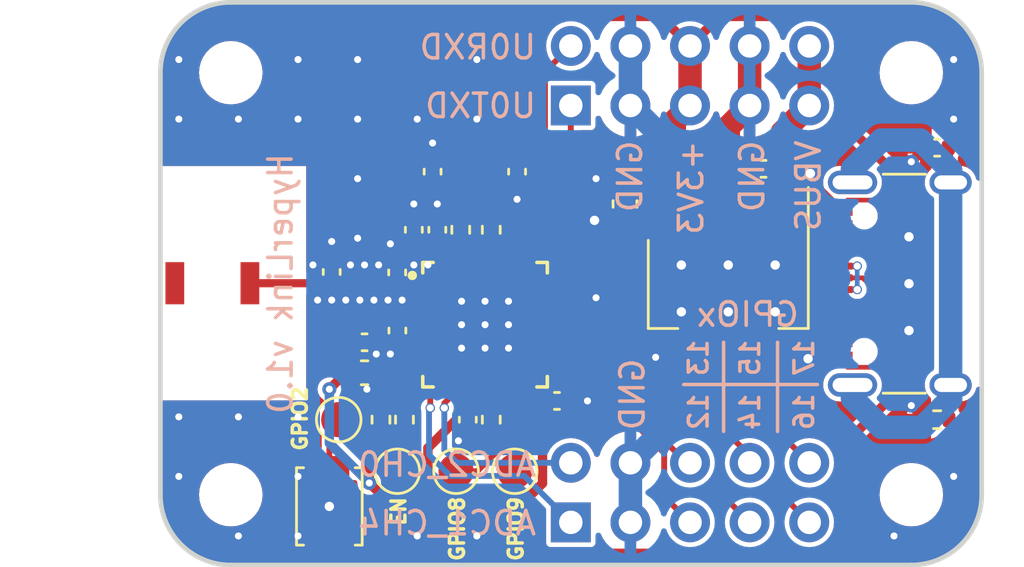
<source format=kicad_pcb>
(kicad_pcb (version 20221018) (generator pcbnew)
  (layers (0 "F.Cu" signal) (31 "B.Cu" signal) (34 "B.Paste" user) (35 "F.Paste" user) (36 "B.SilkS" user "B.Silkscreen") (37 "F.SilkS" user "F.Silkscreen") (38 "B.Mask" user) (39 "F.Mask" user) (44 "Edge.Cuts" user))
  (net 0 "")
  (net 1 "+3V3")
  (net 6 "VBUS")
  (net 7 "GND")
  (net 13 "/USB_D-")
  (net 14 "/USB_D+")
  (net 16 "/GPIO9")
  (net 17 "/GPIO2")
  (net 19 "/EN")
  (net 20 "/RF")
  (net 21 "/ANT")
  (net 22 "/SHIELD")
  (net 23 "/GPIO8")
  (net 24 "/XTAL_P")
  (net 25 "/XTAL_N")
  (net 26 "/XTAL_P_RES")
  (net 27 "/VDD3P3")
  (net 28 "/U0RXD")
  (net 29 "/U0TXD")
  (net 30 "/GPIO12")
  (net 31 "/GPIO13")
  (net 32 "/GPIO14")
  (net 33 "/GPIO15")
  (net 34 "/GPIO16")
  (net 35 "/GPIO17")
  (net 36 "/ADC1_CH4")
  (net 37 "/ADC2_CH0")
  (net 38 "/U0TXD_RES")
  (footprint "TestPoint:TestPoint_Pad_D1.5mm" (layer "F.Cu") (at 126.6 87.8)
    (fp_text reference "TP4" hide)
    (fp_text value "GPIO2" hide)
  )
  (footprint "MountingHole:MountingHole_2.2mm_M2" (layer "F.Cu") (at 122 73)
    (fp_text reference "H3" hide)
    (fp_text value "MountingHole" hide)
  )
  (footprint "Resistor_SMD:R_0402_1005Metric" (layer "F.Cu") (at 129.4 87.8 90)
    (fp_text reference "R4" hide)
    (fp_text value "10k" hide)
  )
  (footprint "Capacitor_SMD:C_0402_1005Metric" (layer "F.Cu") (at 135.9 87)
    (fp_text reference "C2" hide)
    (fp_text value "100n" hide)
  )
  (footprint "MountingHole:MountingHole_2.2mm_M2" (layer "F.Cu") (at 151 73)
    (fp_text reference "H2" hide)
    (fp_text value "MountingHole" hide)
  )
  (footprint "Capacitor_SMD:C_0402_1005Metric" (layer "F.Cu") (at 130.6 77.22 90)
    (fp_text reference "C5" hide)
    (fp_text value "12pF" hide)
  )
  (footprint "TestPoint:TestPoint_Pad_D1.5mm" (layer "F.Cu") (at 134.1 90)
    (fp_text reference "TP2" hide)
    (fp_text value "GPIO9" hide)
  )
  (footprint "Capacitor_SMD:C_0603_1608Metric" (layer "F.Cu") (at 127.7 85.8)
    (fp_text reference "C18" hide)
    (fp_text value "10u" hide)
  )
  (footprint "Capacitor_SMD:C_0402_1005Metric" (layer "F.Cu") (at 126.3 81.5 90)
    (fp_text reference "C14" hide)
    (fp_text value "C" hide)
  )
  (footprint "Capacitor_SMD:C_0402_1005Metric" (layer "F.Cu") (at 130.8 79.7 90)
    (fp_text reference "C4" hide)
    (fp_text value "1u" hide)
  )
  (footprint "Capacitor_SMD:C_0402_1005Metric" (layer "F.Cu") (at 129.09 81.52 90)
    (fp_text reference "C1" hide)
    (fp_text value "C" hide)
  )
  (footprint "Inductor_SMD:L_0402_1005Metric" (layer "F.Cu") (at 127.7 81.95)
    (fp_text reference "L1" hide)
    (fp_text value "L" hide)
  )
  (footprint "Capacitor_SMD:C_0402_1005Metric" (layer "F.Cu") (at 134.2 77.22 -90)
    (fp_text reference "C6" hide)
    (fp_text value "12pF" hide)
  )
  (footprint "Inductor_SMD:L_0402_1005Metric" (layer "F.Cu") (at 127.7 83.5)
    (fp_text reference "L2" hide)
    (fp_text value "2n" hide)
  )
  (footprint "TestPoint:TestPoint_Pad_D1.5mm" (layer "F.Cu") (at 131.6 90)
    (fp_text reference "TP3" hide)
    (fp_text value "GPIO8" hide)
  )
  (footprint "Connector_USB:USB_C_Receptacle_GCT_USB4105-xx-A_16P_TopMnt_Horizontal" (layer "F.Cu") (at 151.6 82 90)
    (fp_text reference "J1" hide)
    (fp_text value "USB_C_Receptacle_USB2.0" hide)
  )
  (footprint "Capacitor_SMD:C_0402_1005Metric" (layer "F.Cu") (at 129.1 84 -90)
    (fp_text reference "C15" hide)
    (fp_text value "100n" hide)
  )
  (footprint "Capacitor_SMD:C_0402_1005Metric" (layer "F.Cu") (at 152.1 76.2 180)
    (fp_text reference "C11" hide)
    (fp_text value "C" hide)
  )
  (footprint "MountingHole:MountingHole_2.2mm_M2" (layer "F.Cu") (at 151 91)
    (fp_text reference "H1" hide)
    (fp_text value "MountingHole" hide)
  )
  (footprint "Connector_PinHeader_2.54mm:PinHeader_2x05_P2.54mm_Vertical" (layer "F.Cu") (at 136.49 92.18 90)
    (fp_text reference "J2" hide)
    (fp_text value "Conn_02x05_Odd_Even" hide)
  )
  (footprint "Connector_PinHeader_2.54mm:PinHeader_2x05_P2.54mm_Vertical" (layer "F.Cu") (at 136.49 74.4 90)
    (fp_text reference "J3" hide)
    (fp_text value "Conn_02x05_Odd_Even" hide)
  )
  (footprint "Capacitor_SMD:C_0402_1005Metric" (layer "F.Cu") (at 129.8 79.7 90)
    (fp_text reference "C3" hide)
    (fp_text value "10n" hide)
  )
  (footprint "Resistor_SMD:R_0402_1005Metric" (layer "F.Cu") (at 133.1 87.8 90)
    (fp_text reference "R2" hide)
    (fp_text value "10k" hide)
  )
  (footprint "Capacitor_SMD:C_0402_1005Metric" (layer "F.Cu") (at 144.7 77.1 180)
    (fp_text reference "C12" hide)
    (fp_text value "100n" hide)
  )
  (footprint "Resistor_SMD:R_0402_1005Metric" (layer "F.Cu") (at 128.4 87.8 90)
    (fp_text reference "R3" hide)
    (fp_text value "10k" hide)
  )
  (footprint "Resistor_SMD:R_0402_1005Metric" (layer "F.Cu") (at 131.8 79.7 -90)
    (fp_text reference "R6" hide)
    (fp_text value "0R" hide)
  )
  (footprint "encyclopedia_galactica:ABM11W-30.0000MHZ-7-D1X-T3" (layer "F.Cu") (at 132.400001 77.4 180)
    (fp_text reference "Y1" hide)
    (fp_text value "ABM11W-40.0000MHZ-8-B1U-T3" hide)
  )
  (footprint "Package_TO_SOT_SMD:SOT-223-3_TabPin2" (layer "F.Cu") (at 143.2 82 -90)
    (fp_text reference "U2" hide)
    (fp_text value "LM2937xMP" hide)
  )
  (footprint "Capacitor_SMD:C_0402_1005Metric" (layer "F.Cu") (at 132.1 87.8 -90)
    (fp_text reference "C17" hide)
    (fp_text value "100n" hide)
  )
  (footprint "MountingHole:MountingHole_2.2mm_M2" (layer "F.Cu") (at 122 91)
    (fp_text reference "H4" hide)
    (fp_text value "MountingHole" hide)
  )
  (footprint "encyclopedia_galactica:QFN32_5X5_EXP" (layer "F.Cu") (at 132.834851 83.7487)
    (fp_text reference "U1" hide)
    (fp_text value "ESP32-C3" hide)
  )
  (footprint "Capacitor_SMD:C_0402_1005Metric" (layer "F.Cu") (at 127.7 84.5)
    (fp_text reference "C16" hide)
    (fp_text value "100n" hide)
  )
  (footprint "TestPoint:TestPoint_Pad_D1.5mm" (layer "F.Cu") (at 129.1 90)
    (fp_text reference "TP1" hide)
    (fp_text value "EN" hide)
  )
  (footprint "Capacitor_SMD:C_0603_1608Metric" (layer "F.Cu") (at 138.8 78.6 -90)
    (fp_text reference "C13" hide)
    (fp_text value "10u" hide)
  )
  (footprint "Button_Switch_SMD:SW_SPST_B3U-1000P" (layer "F.Cu") (at 126.2 91.5 90)
    (fp_text reference "SW1" hide)
    (fp_text value "SW_Push" hide)
  )
  (footprint "Resistor_SMD:R_0402_1005Metric" (layer "F.Cu") (at 152.1 87.8 180)
    (fp_text reference "R1" hide)
    (fp_text value "R" hide)
  )
  (footprint "encyclopedia_galactica:2108838-1" (layer "F.Cu") (at 118.715 81.98)
    (fp_text reference "AE1" hide)
    (fp_text value "2108838-1" hide)
  )
  (footprint "Resistor_SMD:R_0402_1005Metric" (layer "F.Cu") (at 133.1 79.7 -90)
    (fp_text reference "R5" hide)
    (fp_text value "500R" hide)
  )
  (gr_line (start 143 84.5) (end 143 88.3) (stroke (width 0.15)) (layer "B.SilkS"))
  (gr_line (start 145.3 84.5) (end 145.3 88.3) (stroke (width 0.15)) (layer "B.SilkS"))
  (gr_line (start 141.3 86.3) (end 147 86.3) (stroke (width 0.15)) (layer "B.SilkS"))
  (gr_line locked (start 122.000001 94) (end 151 94) (stroke (width 0.2)) (layer "Edge.Cuts"))
  (gr_arc locked (start 154.000002 91.000001) (mid 153.121322 93.121321) (end 151.000002 94.000001) (stroke (width 0.2)) (layer "Edge.Cuts"))
  (gr_line locked (start 119.000001 72.999999) (end 119 91) (stroke (width 0.2)) (layer "Edge.Cuts"))
  (gr_arc locked (start 151.000002 69.999999) (mid 153.121321 70.878679) (end 154.000002 72.999999) (stroke (width 0.2)) (layer "Edge.Cuts"))
  (gr_arc locked (start 122 94.000001) (mid 119.878673 93.121322) (end 119 91.000001) (stroke (width 0.2)) (layer "Edge.Cuts"))
  (gr_line locked (start 154.000003 73) (end 154.000002 91.000001) (stroke (width 0.2)) (layer "Edge.Cuts"))
  (gr_arc locked (start 119.000001 73) (mid 119.878674 70.878667) (end 122.000001 70) (stroke (width 0.2)) (layer "Edge.Cuts"))
  (gr_line locked (start 122.000001 70) (end 151 70) (stroke (width 0.2)) (layer "Edge.Cuts"))
  (gr_text "ADC1_CH4" (at 135.1 92.8) (layer "B.SilkS") (effects (font (size 1 1)) (justify left bottom mirror)))
  (gr_text "GND" (at 139.6 75.8 90) (layer "B.SilkS") (effects (font (size 1 1)) (justify left bottom mirror)))
  (gr_text "12" (at 142.4 86.6 90) (layer "B.SilkS") (effects (font (size 0.8 0.8)) (justify left bottom mirror)))
  (gr_text "GPIOx" (at 146.3 83.9) (layer "B.SilkS") (effects (font (size 1 1)) (justify left bottom mirror)))
  (gr_text "HyperLink v1.0" (at 124.7 76.35 90) (layer "B.SilkS") (effects (font (size 1 1)) (justify left bottom mirror)))
  (gr_text "17" (at 146.9 84.3 90) (layer "B.SilkS") (effects (font (size 0.8 0.8)) (justify left bottom mirror)))
  (gr_text "15" (at 144.6 84.3 90) (layer "B.SilkS") (effects (font (size 0.8 0.8)) (justify left bottom mirror)))
  (gr_text "13" (at 142.4 84.3 90) (layer "B.SilkS") (effects (font (size 0.8 0.8)) (justify left bottom mirror)))
  (gr_text "U0TXD" (at 135.1 75) (layer "B.SilkS") (effects (font (size 1 1)) (justify left bottom mirror)))
  (gr_text "16" (at 146.9 86.6 90) (layer "B.SilkS") (effects (font (size 0.8 0.8)) (justify left bottom mirror)))
  (gr_text "VBUS" (at 147.2 75.8 90) (layer "B.SilkS") (effects (font (size 1 1)) (justify left bottom mirror)))
  (gr_text "+3V3" (at 142.2 75.8 90) (layer "B.SilkS") (effects (font (size 1 1)) (justify left bottom mirror)))
  (gr_text "ADC2_CH0" (at 135.1 90.3) (layer "B.SilkS") (effects (font (size 1 1)) (justify left bottom mirror)))
  (gr_text "U0RXD" (at 135.1 72.5) (layer "B.SilkS") (effects (font (size 1 1)) (justify left bottom mirror)))
  (gr_text "GND" (at 139.7 85.1 90) (layer "B.SilkS") (effects (font (size 1 1)) (justify left bottom mirror)))
  (gr_text "14" (at 144.6 86.6 90) (layer "B.SilkS") (effects (font (size 0.8 0.8)) (justify left bottom mirror)))
  (gr_text "GND" (at 144.8 75.8 90) (layer "B.SilkS") (effects (font (size 1 1)) (justify left bottom mirror)))
  (gr_text "GPIO9" (at 134.5 93.9 90) (layer "F.SilkS") (effects (font (size 0.6 0.6)) (justify left bottom)))
  (gr_text "GPIO2" (at 125.3 89.2 90) (layer "F.SilkS") (effects (font (size 0.6 0.6)) (justify left bottom)))
  (gr_text "GPIO8" (at 132 93.9 90) (layer "F.SilkS") (effects (font (size 0.6 0.6)) (justify left bottom)))
  (gr_text "EN" (at 129.5 92.4 90) (layer "F.SilkS") (effects (font (size 0.6 0.6)) (justify left bottom)))
  (segment (start 132.11 87.32) (end 132.1 87.32) (width 0.4) (layer "F.Cu") (net 1))
  (segment (start 142.83 70.6) (end 147.325 70.6) (width 0.4) (layer "F.Cu") (net 1))
  (segment (start 139.875 77.825) (end 140.9 78.85) (width 0.4) (layer "F.Cu") (net 1))
  (segment (start 132.08485 86.1974) (end 132.08485 87.30485) (width 0.4) (layer "F.Cu") (net 1))
  (segment (start 135.283551 90.516449) (end 133.878 91.922) (width 0.4) (layer "F.Cu") (net 1))
  (segment (start 126.9 85.8) (end 126.925 85.8) (width 0.4) (layer "F.Cu") (net 1))
  (segment (start 130.4 89.009562) (end 130.4 91.2) (width 0.4) (layer "F.Cu") (net 1))
  (segment (start 130.8 80.515149) (end 130.8 80.18) (width 0.4) (layer "F.Cu") (net 1))
  (segment (start 126.2 86.5) (end 126.9 85.8) (width 0.4) (layer "F.Cu") (net 1))
  (segment (start 127.22 84.5) (end 127.22 85.505) (width 0.4) (layer "F.Cu") (net 1))
  (segment (start 132.2 70.6) (end 128.963 73.837) (width 0.4) (layer "F.Cu") (net 1))
  (segment (start 141.57 74.4) (end 141.57 71.86) (width 1) (layer "F.Cu") (net 1))
  (segment (start 141.57 71.86) (end 140.31 70.6) (width 0.4) (layer "F.Cu") (net 1))
  (segment (start 127.22 85.505) (end 126.925 85.8) (width 0.4) (layer "F.Cu") (net 1))
  (segment (start 147.325 70.6) (end 148.2 71.475) (width 0.4) (layer "F.Cu") (net 1))
  (segment (start 148.2 92.5) (end 147.2 93.5) (width 0.4) (layer "F.Cu") (net 1))
  (segment (start 135.283551 85.498699) (end 135.283551 90.516449) (width 0.4) (layer "F.Cu") (net 1))
  (segment (start 148.2 71.475) (end 148.2 75.2) (width 0.4) (layer "F.Cu") (net 1))
  (segment (start 131.084852 81.3) (end 131.1 81.3) (width 0.4) (layer "F.Cu") (net 1))
  (segment (start 127.9 90.5) (end 127.9 88.81) (width 0.4) (layer "F.Cu") (net 1))
  (segment (start 147.2 93.5) (end 135.456 93.5) (width 0.4) (layer "F.Cu") (net 1))
  (segment (start 127.9 90.5) (end 128.6 91.2) (width 0.4) (layer "F.Cu") (net 1))
  (segment (start 133.878 91.922) (end 133.156 91.2) (width 0.4) (layer "F.Cu") (net 1))
  (segment (start 140.9 75.07) (end 141.57 74.4) (width 1) (layer "F.Cu") (net 1))
  (segment (start 141.57 71.86) (end 142.83 70.6) (width 0.4) (layer "F.Cu") (net 1))
  (segment (start 151.7 78.7) (end 151.7 85.3) (width 0.4) (layer "F.Cu") (net 1))
  (segment (start 128.963 73.837) (end 128.963 79.614471) (width 0.4) (layer "F.Cu") (net 1))
  (segment (start 131.1 81.3) (end 131.342425 81.057575) (width 0.4) (layer "F.Cu") (net 1))
  (segment (start 151.7 85.3) (end 148.2 88.8) (width 0.4) (layer "F.Cu") (net 1))
  (segment (start 128.6 91.2) (end 130.4 91.2) (width 0.4) (layer "F.Cu") (net 1))
  (segment (start 131.342425 81.057575) (end 130.8 80.515149) (width 0.4) (layer "F.Cu") (net 1))
  (segment (start 133.156 91.2) (end 130.4 91.2) (width 0.4) (layer "F.Cu") (net 1))
  (segment (start 130.8 80.18) (end 129.8 80.18) (width 0.4) (layer "F.Cu") (net 1))
  (segment (start 129.4 88.31) (end 128.4 88.31) (width 0.4) (layer "F.Cu") (net 1))
  (segment (start 138.8 77.825) (end 139.875 77.825) (width 0.4) (layer "F.Cu") (net 1))
  (segment (start 127.215 84.495) (end 127.22 84.5) (width 0.4) (layer "F.Cu") (net 1))
  (segment (start 133.1 88.31) (end 132.11 87.32) (width 0.4) (layer "F.Cu") (net 1))
  (segment (start 140.9 78.85) (end 140.9 75.07) (width 1) (layer "F.Cu") (net 1))
  (segment (start 132.1 87.32) (end 132.089562 87.32) (width 0.4) (layer "F.Cu") (net 1))
  (segment (start 129.528529 80.18) (end 129.8 80.18) (width 0.4) (layer "F.Cu") (net 1))
  (segment (start 140.31 70.6) (end 132.2 70.6) (width 0.4) (layer "F.Cu") (net 1))
  (segment (start 135.456 93.5) (end 133.878 91.922) (width 0.4) (layer "F.Cu") (net 1))
  (segment (start 128.963 79.614471) (end 129.528529 80.18) (width 0.4) (layer "F.Cu") (net 1))
  (segment (start 127.9 88.81) (end 128.4 88.31) (width 0.4) (layer "F.Cu") (net 1))
  (segment (start 148.2 75.2) (end 151.7 78.7) (width 0.4) (layer "F.Cu") (net 1))
  (segment (start 148.2 88.8) (end 148.2 92.5) (width 0.4) (layer "F.Cu") (net 1))
  (segment (start 127.215 83.5) (end 127.215 84.495) (width 0.4) (layer "F.Cu") (net 1))
  (segment (start 131.584851 81.3) (end 131.342425 81.057575) (width 0.4) (layer "F.Cu") (net 1))
  (segment (start 132.089562 87.32) (end 130.4 89.009562) (width 0.4) (layer "F.Cu") (net 1))
  (segment (start 132.08485 87.30485) (end 132.1 87.32) (width 0.4) (layer "F.Cu") (net 1))
  (via (at 126.2 86.5) (size 0.6) (drill 0.3) (layers "F.Cu" "B.Cu") (net 1))
  (via (at 127.9 90.5) (size 0.6) (drill 0.3) (layers "F.Cu" "B.Cu") (net 1))
  (segment (start 127.9 90.5) (end 126.2 88.8) (width 0.4) (layer "B.Cu") (net 1))
  (segment (start 126.2 88.8) (end 126.2 86.5) (width 0.4) (layer "B.Cu") (net 1))
  (segment (start 145.5 78.85) (end 145.5 75.55) (width 1) (layer "F.Cu") (net 6))
  (segment (start 147.92 84.4) (end 148.42434 84.4) (width 0.35) (layer "F.Cu") (net 6))
  (segment (start 149.597 80.77266) (end 148.42434 79.6) (width 0.35) (layer "F.Cu") (net 6))
  (segment (start 148.42434 84.4) (end 149.597 83.22734) (width 0.35) (layer "F.Cu") (net 6))
  (segment (start 149.597 83.22734) (end 149.597 80.77266) (width 0.35) (layer "F.Cu") (net 6))
  (segment (start 147.92 79.6) (end 146.25 79.6) (width 0.4) (layer "F.Cu") (net 6))
  (segment (start 148.42434 79.6) (end 147.92 79.6) (width 0.35) (layer "F.Cu") (net 6))
  (segment (start 146.25 79.6) (end 145.5 78.85) (width 0.4) (layer "F.Cu") (net 6))
  (segment (start 146.65 71.86) (end 146.65 74.4) (width 1) (layer "F.Cu") (net 6))
  (segment (start 145.5 75.55) (end 146.65 74.4) (width 1) (layer "F.Cu") (net 6))
  (segment (start 149.334999 85.565) (end 150.9 83.999999) (width 0.2) (layer "F.Cu") (net 7))
  (segment (start 148.285 78.435) (end 149.335001 78.435) (width 0.2) (layer "F.Cu") (net 7))
  (segment (start 147.92 85.2) (end 146.6 85.2) (width 0.35) (layer "F.Cu") (net 7))
  (segment (start 130.8 79.22) (end 130.8 78.6) (width 0.4) (layer "F.Cu") (net 7))
  (segment (start 131.7 88.7) (end 132.1 88.3) (width 0.4) (layer "F.Cu") (net 7))
  (segment (start 147.92 78.8) (end 148.285 78.435) (width 0.2) (layer "F.Cu") (net 7))
  (segment (start 146.7 77.58) (end 147.92 78.8) (width 0.35) (layer "F.Cu") (net 7))
  (segment (start 128.2 84.52) (end 128.18 84.5) (width 0.4) (layer "F.Cu") (net 7))
  (segment (start 144.22 77.83) (end 143.2 78.85) (width 0.4) (layer "F.Cu") (net 7))
  (segment (start 144.11 74.4) (end 144.11 71.86) (width 1) (layer "F.Cu") (net 7))
  (segment (start 146.7 77.3) (end 146.7 77.58) (width 0.35) (layer "F.Cu") (net 7))
  (segment (start 131.590001 76.74) (end 131.763001 76.913) (width 0.2) (layer "F.Cu") (net 7))
  (segment (start 130.6 76.74) (end 131.590001 76.74) (width 0.2) (layer "F.Cu") (net 7))
  (segment (start 128.8 80.75) (end 129.09 81.04) (width 0.4) (layer "F.Cu") (net 7))
  (segment (start 143.2 76.9) (end 143.2 75.31) (width 1) (layer "F.Cu") (net 7))
  (segment (start 129.8 79.22) (end 129.8 78.6) (width 0.4) (layer "F.Cu") (net 7))
  (segment (start 147.92 85.2) (end 148.285 85.565) (width 0.2) (layer "F.Cu") (net 7))
  (segment (start 148.285 85.565) (end 149.334999 85.565) (width 0.2) (layer "F.Cu") (net 7))
  (segment (start 126.2 93.2) (end 126.2 91.5) (width 0.4) (layer "F.Cu") (net 7))
  (segment (start 128.2 85) (end 128.2 84.52) (width 0.4) (layer "F.Cu") (net 7))
  (segment (start 144.22 77.1) (end 144.22 77.83) (width 0.4) (layer "F.Cu") (net 7))
  (segment (start 133.224001 77.7) (end 133.037001 77.887) (width 0.2) (layer "F.Cu") (net 7))
  (segment (start 143.2 85.15) (end 146.55 85.15) (width 1) (layer "F.Cu") (net 7))
  (segment (start 146.55 85.15) (end 146.6 85.2) (width 1) (layer "F.Cu") (net 7))
  (segment (start 128.475 85.825) (end 128.475 85.8) (width 0.4) (layer "F.Cu") (net 7))
  (segment (start 134.2 78.4) (end 134.2 77.7) (width 0.4) (layer "F.Cu") (net 7))
  (segment (start 126.3 80.2) (end 126.3 81.02) (width 0.4) (layer "F.Cu") (net 7))
  (segment (start 151.59 87.8) (end 151.59 87.79) (width 0.4) (layer "F.Cu") (net 7))
  (segment (start 130.6 76) (end 130.6 76.7) (width 0.4) (layer "F.Cu") (net 7))
  (segment (start 137.575 79.375) (end 137.5 79.3) (width 0.4) (layer "F.Cu") (net 7))
  (segment (start 136.38 87) (end 137.2 87) (width 0.4) (layer "F.Cu") (net 7))
  (segment (start 143.2 75.31) (end 144.11 74.4) (width 1) (layer "F.Cu") (net 7))
  (segment (start 127.8 86.5) (end 128.475 85.825) (width 0.4) (layer "F.Cu") (net 7))
  (segment (start 143.2 78.85) (end 143.2 76.9) (width 1) (layer "F.Cu") (net 7))
  (segment (start 134.2 77.7) (end 133.224001 77.7) (width 0.2) (layer "F.Cu") (net 7))
  (segment (start 151.59 87.79) (end 151 87.2) (width 0.4) (layer "F.Cu") (net 7))
  (segment (start 151.6 76.2) (end 151 76.8) (width 0.4) (layer "F.Cu") (net 7))
  (segment (start 151.62 76.2) (end 151.6 76.2) (width 0.4) (layer "F.Cu") (net 7))
  (segment (start 149.335001 78.435) (end 150.9 79.999999) (width 0.2) (layer "F.Cu") (net 7))
  (segment (start 128.8 80.3) (end 128.8 80.75) (width 0.4) (layer "F.Cu") (net 7))
  (segment (start 128.799503 85) (end 128.799503 84.780497) (width 0.4) (layer "F.Cu") (net 7))
  (segment (start 128.799503 84.780497) (end 129.1 84.48) (width 0.4) (layer "F.Cu") (net 7))
  (segment (start 132.1 88.3) (end 132.1 88.28) (width 0.4) (layer "F.Cu") (net 7))
  (segment (start 138.8 79.375) (end 137.575 79.375) (width 0.4) (layer "F.Cu") (net 7))
  (via (at 129.945 92.759999) (size 0.4) (drill 0.3) (layers "F.Cu" "B.Cu") (net 7))
  (via (at 130.4 81.2) (size 0.4) (drill 0.3) (layers "F.Cu" "B.Cu") (net 7))
  (via (at 128.8 80.3) (size 0.4) (drill 0.3) (layers "F.Cu" "B.Cu") (net 7))
  (via (at 126.9 82.7) (size 0.4) (drill 0.3) (layers "F.Cu" "B.Cu") (net 7))
  (via (at 132.485 72.439999) (size 0.4) (drill 0.3) (layers "F.Cu" "B.Cu") (net 7))
  (via (at 124.865 72.439999) (size 0.4) (drill 0.3) (layers "F.Cu" "B.Cu") (net 7))
  (via (at 124.865 87.679999) (size 0.4) (drill 0.3) (layers "F.Cu" "B.Cu") (net 7))
  (via (at 129.8 81.2) (size 0.4) (drill 0.3) (layers "F.Cu" "B.Cu") (net 7))
  (via (at 143.2 81.2035) (size 0.9) (drill 0.4) (layers "F.Cu" "B.Cu") (net 7))
  (via (at 127.405 80.059999) (size 0.4) (drill 0.3) (layers "F.Cu" "B.Cu") (net 7))
  (via (at 122.325 87.679999) (size 0.4) (drill 0.3) (layers "F.Cu" "B.Cu") (net 7))
  (via (at 137.565 77.519999) (size 0.4) (drill 0.3) (layers "F.Cu" "B.Cu") (net 7))
  (via (at 141.2 83.2) (size 0.9) (drill 0.4) (layers "F.Cu" "B.Cu") (net 7))
  (via (at 128.1 82.7) (size 0.4) (drill 0.3) (layers "F.Cu" "B.Cu") (net 7))
  (via (at 152.805 74.979999) (size 0.4) (drill 0.3) (layers "F.Cu" "B.Cu") (net 7))
  (via (at 150.265 92.759999) (size 0.4) (drill 0.3) (layers "F.Cu" "B.Cu") (net 7))
  (via (at 141.2 81.2035) (size 0.9) (drill 0.4) (layers "F.Cu" "B.Cu") (net 7))
  (via (at 146.7 77.3) (size 0.9) (drill 0.4) (layers "F.Cu" "B.Cu") (net 7))
  (via (at 133.834851 84.7487) (size 0.4) (drill 0.3) (layers "F.Cu" "B.Cu") (net 7))
  (via (at 134.2 78.4) (size 0.4) (drill 0.3) (layers "F.Cu" "B.Cu") (net 7))
  (via (at 132.834851 83.7487) (size 0.4) (drill 0.3) (layers "F.Cu" "B.Cu") (net 7))
  (via (at 124.865 92.759999) (size 0.4) (drill 0.3) (layers "F.Cu" "B.Cu") (net 7))
  (via (at 140.105 85.139999) (size 0.4) (drill 0.3) (layers "F.Cu" "B.Cu") (net 7))
  (via (at 145.2 83.2) (size 0.9) (drill 0.4) (layers "F.Cu" "B.Cu") (net 7))
  (via (at 122.325 74.979999) (size 0.4) (drill 0.3) (layers "F.Cu" "B.Cu") (net 7))
  (via (at 131.834851 84.7487) (size 0.4) (drill 0.3) (layers "F.Cu" "B.Cu") (net 7))
  (via (at 127.5 82.7) (size 0.4) (drill 0.3) (layers "F.Cu" "B.Cu") (net 7))
  (via (at 119.785 74.979999) (size 0.4) (drill 0.3) (layers "F.Cu" "B.Cu") (net 7))
  (via (at 131.834851 83.7487) (size 0.4) (drill 0.3) (layers "F.Cu" "B.Cu") (net 7))
  (via (at 132.834851 82.7487) (size 0.4) (drill 0.3) (layers "F.Cu" "B.Cu") (net 7))
  (via (at 129.945 74.979999) (size 0.4) (drill 0.3) (layers "F.Cu" "B.Cu") (net 7))
  (via (at 130.6 76) (size 0.4) (drill 0.3) (layers "F.Cu" "B.Cu") (net 7))
  (via (at 137.2 87) (size 0.4) (drill 0.3) (layers "F.Cu" "B.Cu") (net 7))
  (via (at 126.2 91.5) (size 0.9) (drill 0.4) (layers "F.Cu" "B.Cu") (net 7))
  (via (at 132.485 74.979999) (size 0.4) (drill 0.3) (layers "F.Cu" "B.Cu") (net 7))
  (via (at 128.799503 85) (size 0.4) (drill 0.3) (layers "F.Cu" "B.Cu") (net 7))
  (via (at 145.2 81.2035) (size 0.9) (drill 0.4) (layers "F.Cu" "B.Cu") (net 7))
  (via (at 133.834851 83.7487) (size 0.4) (drill 0.3) (layers "F.Cu" "B.Cu") (net 7))
  (via (at 131.834851 82.7487) (size 0.4) (drill 0.3) (layers "F.Cu" "B.Cu") (net 7))
  (via (at 127.1 81.2) (size 0.4) (drill 0.3) (layers "F.Cu" "B.Cu") (net 7))
  (via (at 152.805 72.439999) (size 0.4) (drill 0.3) (layers "F.Cu" "B.Cu") (net 7))
  (via (at 128.7 82.7) (size 0.4) (drill 0.3) (layers "F.Cu" "B.Cu") (net 7))
  (via (at 152.805 90.219999) (size 0.4) (drill 0.3) (layers "F.Cu" "B.Cu") (net 7))
  (via (at 143.2 83.2) (size 0.9) (drill 0.4) (layers "F.Cu" "B.Cu") (net 7))
  (via (at 150.9 83.999999) (size 0.9) (drill 0.4) (layers "F.Cu" "B.Cu") (net 7))
  (via (at 150.9 79.999999) (size 0.9) (drill 0.4) (layers "F.Cu" "B.Cu") (net 7))
  (via (at 129.8 78.6) (size 0.4) (drill 0.3) (layers "F.Cu" "B.Cu") (net 7))
  (via (at 150.9 82) (size 0.9) (drill 0.4) (layers "F.Cu" "B.Cu") (net 7))
  (via (at 132.834851 84.7487) (size 0.4) (drill 0.3) (layers "F.Cu" "B.Cu") (net 7))
  (via (at 130.8 78.6) (size 0.4) (drill 0.3) (layers "F.Cu" "B.Cu") (net 7))
  (via (at 146.6 85.2) (size 0.9) (drill 0.4) (layers "F.Cu" "B.Cu") (net 7))
  (via (at 125.7 82.7) (size 0.4) (drill 0.3) (layers "F.Cu" "B.Cu") (net 7))
  (via (at 119.785 90.219999) (size 0.4) (drill 0.3) (layers "F.Cu" "B.Cu") (net 7))
  (via (at 128.2 85) (size 0.4) (drill 0.3) (layers "F.Cu" "B.Cu") (net 7))
  (via (at 129.3 82.7) (size 0.4) (drill 0.3) (layers "F.Cu" "B.Cu") (net 7))
  (via (at 137.5 79.3) (size 0.9) (drill 0.4) (layers "F.Cu" "B.Cu") (net 7))
  (via (at 137.565 82.599999) (size 0.4) (drill 0.3) (layers "F.Cu" "B.Cu") (net 7))
  (via (at 127.405 72.439999) (size 0.4) (drill 0.3) (layers "F.Cu" "B.Cu") (net 7))
  (via (at 126.3 80.2) (size 0.4) (drill 0.3) (layers "F.Cu" "B.Cu") (net 7))
  (via (at 133.834851 82.7487) (size 0.4) (drill 0.3) (layers "F.Cu" "B.Cu") (net 7))
  (via (at 126.3 82.7) (size 0.4) (drill 0.3) (layers "F.Cu" "B.Cu") (net 7))
  (via (at 119.785 72.439999) (size 0.4) (drill 0.3) (layers "F.Cu" "B.Cu") (net 7))
  (via (at 125.5 81.2) (size 0.4) (drill 0.3) (layers "F.Cu" "B.Cu") (net 7))
  (via (at 131.7 88.7) (size 0.4) (drill 0.3) (layers "F.Cu" "B.Cu") (net 7))
  (via (at 151 76.8) (size 0.6) (drill 0.3) (layers "F.Cu" "B.Cu") (net 7))
  (via (at 127.405 77.519999) (size 0.4) (drill 0.3) (layers "F.Cu" "B.Cu") (net 7))
  (via (at 119.785 87.679999) (size 0.4) (drill 0.3) (layers "F.Cu" "B.Cu") (net 7))
  (via (at 127.7 81.2) (size 0.4) (drill 0.3) (layers "F.Cu" "B.Cu") (net 7))
  (via (at 127.405 74.979999) (size 0.4) (drill 0.3) (layers "F.Cu" "B.Cu") (net 7))
  (via (at 128.3 81.2) (size 0.4) (drill 0.3) (layers "F.Cu" "B.Cu") (net 7))
  (via (at 127.8 86.5) (size 0.6) (drill 0.3) (layers "F.Cu" "B.Cu") (net 7))
  (via (at 124.865 90.219999) (size 0.4) (drill 0.3) (layers "F.Cu" "B.Cu") (net 7))
  (via (at 122.325 92.759999) (size 0.4) (drill 0.3) (layers "F.Cu" "B.Cu") (net 7))
  (via (at 124.865 74.979999) (size 0.4) (drill 0.3) (layers "F.Cu" "B.Cu") (net 7))
  (via (at 151 87.2) (size 0.6) (drill 0.3) (layers "F.Cu" "B.Cu") (net 7))
  (via (at 132.485 92.759999) (size 0.4) (drill 0.3) (layers "F.Cu" "B.Cu") (net 7))
  (segment (start 139.03 74.4) (end 141.93 77.3) (width 1) (layer "B.Cu") (net 7))
  (segment (start 139.03 92.18) (end 139.03 89.64) (width 1) (layer "B.Cu") (net 7))
  (segment (start 151 79.899999) (end 150.9 79.999999) (width 0.4) (layer "B.Cu") (net 7))
  (segment (start 151 87.2) (end 151 84.099999) (width 0.4) (layer "B.Cu") (net 7))
  (segment (start 139.03 74.4) (end 139.03 71.86) (width 1) (layer "B.Cu") (net 7))
  (segment (start 151 76.8) (end 151 79.899999) (width 0.4) (layer "B.Cu") (net 7))
  (segment (start 141.93 77.3) (end 146.7 77.3) (width 1) (layer "B.Cu") (net 7))
  (segment (start 143.47 85.2) (end 146.6 85.2) (width 1) (layer "B.Cu") (net 7))
  (segment (start 139.03 89.64) (end 143.47 85.2) (width 1) (layer "B.Cu") (net 7))
  (segment (start 151 84.099999) (end 150.9 83.999999) (width 0.4) (layer "B.Cu") (net 7))
  (segment (start 134.6 80.788099) (end 134.861099 80.527) (width 0.2) (layer "F.Cu") (net 13))
  (segment (start 134.58485 81.3) (end 134.6 81.28485) (width 0.2) (layer "F.Cu") (net 13))
  (segment (start 147.35 82.25) (end 147.92 82.25) (width 0.2) (layer "F.Cu") (net 13))
  (segment (start 145.627 80.527) (end 147.35 82.25) (width 0.2) (layer "F.Cu") (net 13))
  (segment (start 134.6 81.28485) (end 134.6 80.788099) (width 0.2) (layer "F.Cu") (net 13))
  (segment (start 148.695 81.25) (end 147.92 81.25) (width 0.25) (layer "F.Cu") (net 13))
  (segment (start 134.861099 80.527) (end 145.627 80.527) (width 0.2) (layer "F.Cu") (net 13))
  (segment (start 148.695 82.25) (end 147.92 82.25) (width 0.25) (layer "F.Cu") (net 13))
  (via (at 148.695 81.25) (size 0.4) (drill 0.3) (layers "F.Cu" "B.Cu") (net 13))
  (via (at 148.695 82.25) (size 0.4) (drill 0.3) (layers "F.Cu" "B.Cu") (net 13))
  (segment (start 148.695 82.25) (end 148.695 81.25) (width 0.2) (layer "B.Cu") (net 13))
  (segment (start 149.195 82.02) (end 149.195 82.52) (width 0.2) (layer "F.Cu") (net 14))
  (segment (start 134.551699 80.2) (end 145.7841 80.2) (width 0.2) (layer "F.Cu") (net 14))
  (segment (start 148.965 82.75) (end 147.92 82.75) (width 0.2) (layer "F.Cu") (net 14))
  (segment (start 148.925 81.75) (end 149.195 82.02) (width 0.2) (layer "F.Cu") (net 14))
  (segment (start 147.92 81.75) (end 147.3341 81.75) (width 0.2) (layer "F.Cu") (net 14))
  (segment (start 147.92 81.75) (end 148.925 81.75) (width 0.2) (layer "F.Cu") (net 14))
  (segment (start 145.7841 80.2) (end 147.3341 81.75) (width 0.2) (layer "F.Cu") (net 14))
  (segment (start 134.551699 80.2) (end 134.084851 80.666848) (width 0.2) (layer "F.Cu") (net 14))
  (segment (start 134.084851 80.666848) (end 134.084851 81.3) (width 0.2) (layer "F.Cu") (net 14))
  (segment (start 149.195 82.52) (end 148.965 82.75) (width 0.2) (layer "F.Cu") (net 14))
  (segment (start 134.084851 86.1974) (end 134.084851 87.351692) (width 0.25) (layer "F.Cu") (net 16))
  (segment (start 134.177 87.443841) (end 134.177 89.923) (width 0.25) (layer "F.Cu") (net 16))
  (segment (start 134.177 89.923) (end 134.1 90) (width 0.25) (layer "F.Cu") (net 16))
  (segment (start 134.084851 87.351692) (end 134.177 87.443841) (width 0.25) (layer "F.Cu") (net 16))
  (segment (start 126.2 88.2) (end 126.6 87.8) (width 0.25) (layer "F.Cu") (net 17))
  (segment (start 127.11 87.29) (end 126.6 87.8) (width 0.25) (layer "F.Cu") (net 17))
  (segment (start 128.4 87.29) (end 127.11 87.29) (width 0.25) (layer "F.Cu") (net 17))
  (segment (start 129.323 86.367) (end 128.4 87.29) (width 0.2) (layer "F.Cu") (net 17))
  (segment (start 126.2 89.8) (end 126.2 88.2) (width 0.25) (layer "F.Cu") (net 17))
  (segment (start 129.323 85.190703) (end 129.323 86.367) (width 0.2) (layer "F.Cu") (net 17))
  (segment (start 130.386151 84.498701) (end 130.015002 84.498701) (width 0.2) (layer "F.Cu") (net 17))
  (segment (start 130.015002 84.498701) (end 129.323 85.190703) (width 0.2) (layer "F.Cu") (net 17))
  (segment (start 129.947 89.153) (end 129.1 90) (width 0.2) (layer "F.Cu") (net 19))
  (segment (start 129.947 87.747) (end 129.947 89.153) (width 0.2) (layer "F.Cu") (net 19))
  (segment (start 129.977451 84.9987) (end 129.65 85.326151) (width 0.2) (layer "F.Cu") (net 19))
  (segment (start 130.386151 84.9987) (end 129.977451 84.9987) (width 0.2) (layer "F.Cu") (net 19))
  (segment (start 129.65 87.45) (end 129.947 87.747) (width 0.2) (layer "F.Cu") (net 19))
  (segment (start 129.65 85.326151) (end 129.65 87.45) (width 0.2) (layer "F.Cu") (net 19))
  (segment (start 127.185 81.98) (end 122.815 81.98) (width 0.35) (layer "F.Cu") (net 20))
  (segment (start 127.215 81.95) (end 127.185 81.98) (width 0.35) (layer "F.Cu") (net 20))
  (segment (start 128.2317 81.9967) (end 130.386151 81.9967) (width 0.35) (layer "F.Cu") (net 21))
  (segment (start 128.185 81.95) (end 128.2317 81.9967) (width 0.35) (layer "F.Cu") (net 21))
  (segment (start 152.61 87.8) (end 152.61 86.385) (width 0.4) (layer "F.Cu") (net 22))
  (segment (start 152.61 86.385) (end 152.675 86.32) (width 0.4) (layer "F.Cu") (net 22))
  (segment (start 152.58 76.2) (end 152.58 77.585) (width 0.4) (layer "F.Cu") (net 22))
  (segment (start 152.58 77.585) (end 152.675 77.68) (width 0.4) (layer "F.Cu") (net 22))
  (segment (start 148.495 77.105) (end 149.727 75.873) (width 1) (layer "B.Cu") (net 22))
  (segment (start 151.383976 75.873) (end 152.675 77.164024) (width 1) (layer "B.Cu") (net 22))
  (segment (start 148.495 86.32) (end 148.495 86.895) (width 1) (layer "B.Cu") (net 22))
  (segment (start 149.727 75.873) (end 151.383976 75.873) (width 1) (layer "B.Cu") (net 22))
  (segment (start 149.727 88.127) (end 151.473 88.127) (width 1) (layer "B.Cu") (net 22))
  (segment (start 152.675 77.164024) (end 152.675 77.68) (width 1) (layer "B.Cu") (net 22))
  (segment (start 148.495 86.895) (end 149.727 88.127) (width 1) (layer "B.Cu") (net 22))
  (segment (start 152.675 86.32) (end 152.675 77.68) (width 1) (layer "B.Cu") (net 22))
  (segment (start 148.495 77.68) (end 148.495 77.105) (width 1) (layer "B.Cu") (net 22))
  (segment (start 152.675 86.925) (end 152.675 86.32) (width 1) (layer "B.Cu") (net 22))
  (segment (start 151.473 88.127) (end 152.675 86.925) (width 1) (layer "B.Cu") (net 22))
  (segment (start 133.584852 87.384852) (end 133.584852 86.1974) (width 0.25) (layer "F.Cu") (net 23))
  (segment (start 133.8 88.7) (end 133.8 87.6) (width 0.25) (layer "F.Cu") (net 23))
  (segment (start 133.1 87.29) (end 133.49 87.29) (width 0.25) (layer "F.Cu") (net 23))
  (segment (start 131.6 90) (end 132.5 90) (width 0.25) (layer "F.Cu") (net 23))
  (segment (start 133.49 87.29) (end 133.584852 87.384852) (width 0.25) (layer "F.Cu") (net 23))
  (segment (start 132.5 90) (end 133.8 88.7) (width 0.25) (layer "F.Cu") (net 23))
  (segment (start 133.8 87.6) (end 133.584852 87.384852) (width 0.25) (layer "F.Cu") (net 23))
  (segment (start 131.8 79.19) (end 131.8 77.923999) (width 0.2) (layer "F.Cu") (net 24))
  (segment (start 130.6 77.7) (end 131.576001 77.7) (width 0.2) (layer "F.Cu") (net 24))
  (segment (start 131.576001 77.7) (end 131.763001 77.887) (width 0.2) (layer "F.Cu") (net 24))
  (segment (start 131.8 77.923999) (end 131.763001 77.887) (width 0.2) (layer "F.Cu") (net 24))
  (segment (start 134.2 76.74) (end 133.210001 76.74) (width 0.2) (layer "F.Cu") (net 25))
  (segment (start 132.578 78.578) (end 132.4 78.4) (width 0.15) (layer "F.Cu") (net 25))
  (segment (start 133.210001 76.74) (end 133.037001 76.913) (width 0.2) (layer "F.Cu") (net 25))
  (segment (start 132.4 77.349001) (end 132.836001 76.913) (width 0.15) (layer "F.Cu") (net 25))
  (segment (start 132.836001 76.913) (end 133.037001 76.913) (width 0.15) (layer "F.Cu") (net 25))
  (segment (start 132.4 78.4) (end 132.4 77.349001) (width 0.15) (layer "F.Cu") (net 25))
  (segment (start 132.584851 81.3) (end 132.578 81.293149) (width 0.15) (layer "F.Cu") (net 25))
  (segment (start 132.578 81.293149) (end 132.578 78.578) (width 0.15) (layer "F.Cu") (net 25))
  (segment (start 132.08485 80.69485) (end 131.6 80.21) (width 0.25) (layer "F.Cu") (net 26))
  (segment (start 132.08485 81.3) (end 132.08485 80.69485) (width 0.25) (layer "F.Cu") (net 26))
  (segment (start 128.185 83.5) (end 129.08 83.5) (width 0.4) (layer "F.Cu") (net 27))
  (segment (start 129.898699 82.998699) (end 129.892425 82.992425) (width 0.4) (layer "F.Cu") (net 27))
  (segment (start 130.386151 82.4987) (end 129.892425 82.992425) (width 0.4) (layer "F.Cu") (net 27))
  (segment (start 130.386151 82.998699) (end 129.898699 82.998699) (width 0.4) (layer "F.Cu") (net 27))
  (segment (start 129.08 83.5) (end 129.1 83.52) (width 0.4) (layer "F.Cu") (net 27))
  (segment (start 129.364851 83.52) (end 129.1 83.52) (width 0.4) (layer "F.Cu") (net 27))
  (segment (start 129.892425 82.992425) (end 129.364851 83.52) (width 0.4) (layer "F.Cu") (net 27))
  (segment (start 133.584852 80.615148) (end 136.49 77.71) (width 0.25) (layer "F.Cu") (net 28))
  (segment (start 133.584852 81.3) (end 133.584852 80.615148) (width 0.25) (layer "F.Cu") (net 28))
  (segment (start 136.49 77.71) (end 136.49 74.4) (width 0.25) (layer "F.Cu") (net 28))
  (segment (start 135.388 78.012) (end 135.388 72.962) (width 0.25) (layer "F.Cu") (net 29))
  (segment (start 135.388 72.962) (end 136.49 71.86) (width 0.25) (layer "F.Cu") (net 29))
  (segment (start 134.21 79.19) (end 135.388 78.012) (width 0.25) (layer "F.Cu") (net 29))
  (segment (start 133.1 79.19) (end 134.21 79.19) (width 0.25) (layer "F.Cu") (net 29))
  (segment (start 135.283551 84.498701) (end 135.74636 84.498701) (width 0.25) (layer "F.Cu") (net 30))
  (segment (start 140.468 89.220341) (end 140.468 91.078) (width 0.25) (layer "F.Cu") (net 30))
  (segment (start 140.468 91.078) (end 141.57 92.18) (width 0.25) (layer "F.Cu") (net 30))
  (segment (start 135.74636 84.498701) (end 140.468 89.220341) (width 0.25) (layer "F.Cu") (net 30))
  (segment (start 135.779517 83.9987) (end 141.420817 89.64) (width 0.25) (layer "F.Cu") (net 31))
  (segment (start 141.420817 89.64) (end 141.57 89.64) (width 0.25) (layer "F.Cu") (net 31))
  (segment (start 135.283551 83.9987) (end 135.779517 83.9987) (width 0.25) (layer "F.Cu") (net 31))
  (segment (start 135.283551 83.4987) (end 135.812675 83.4987) (width 0.25) (layer "F.Cu") (net 32))
  (segment (start 142.9 90.97) (end 144.11 92.18) (width 0.25) (layer "F.Cu") (net 32))
  (segment (start 142.254 88) (end 142.9 88.646) (width 0.25) (layer "F.Cu") (net 32))
  (segment (start 140.313975 88) (end 142.254 88) (width 0.25) (layer "F.Cu") (net 32))
  (segment (start 142.9 88.646) (end 142.9 90.97) (width 0.25) (layer "F.Cu") (net 32))
  (segment (start 135.812675 83.4987) (end 140.313975 88) (width 0.25) (layer "F.Cu") (net 32))
  (segment (start 142.387158 87.6) (end 144.11 89.322842) (width 0.25) (layer "F.Cu") (net 33))
  (segment (start 135.845832 82.998699) (end 140.447133 87.6) (width 0.25) (layer "F.Cu") (net 33))
  (segment (start 135.283551 82.998699) (end 135.845832 82.998699) (width 0.25) (layer "F.Cu") (net 33))
  (segment (start 144.11 89.322842) (end 144.11 89.64) (width 0.25) (layer "F.Cu") (net 33))
  (segment (start 140.447133 87.6) (end 142.387158 87.6) (width 0.25) (layer "F.Cu") (net 33))
  (segment (start 145.4 90.93) (end 146.65 92.18) (width 0.25) (layer "F.Cu") (net 34))
  (segment (start 135.283551 82.4987) (end 135.878991 82.4987) (width 0.25) (layer "F.Cu") (net 34))
  (segment (start 143.5 87.1) (end 145.4 89) (width 0.25) (layer "F.Cu") (net 34))
  (segment (start 145.4 89) (end 145.4 90.93) (width 0.25) (layer "F.Cu") (net 34))
  (segment (start 140.480291 87.1) (end 143.5 87.1) (width 0.25) (layer "F.Cu") (net 34))
  (segment (start 135.878991 82.4987) (end 140.480291 87.1) (width 0.25) (layer "F.Cu") (net 34))
  (segment (start 143.61 86.6) (end 146.65 89.64) (width 0.25) (layer "F.Cu") (net 35))
  (segment (start 135.91215 81.998701) (end 140.513449 86.6) (width 0.25) (layer "F.Cu") (net 35))
  (segment (start 140.513449 86.6) (end 143.61 86.6) (width 0.25) (layer "F.Cu") (net 35))
  (segment (start 135.283551 81.998701) (end 135.91215 81.998701) (width 0.25) (layer "F.Cu") (net 35))
  (segment (start 130.5 87.3) (end 130.5 86.782252) (width 0.25) (layer "F.Cu") (net 36))
  (segment (start 130.5 86.782252) (end 131.084852 86.1974) (width 0.25) (layer "F.Cu") (net 36))
  (via (at 130.5 87.3) (size 0.4) (drill 0.3) (layers "F.Cu" "B.Cu") (net 36))
  (segment (start 130.448 89.298) (end 131.35 90.2) (width 0.25) (layer "B.Cu") (net 36))
  (segment (start 130.448 87.352) (end 130.448 89.298) (width 0.25) (layer "B.Cu") (net 36))
  (segment (start 130.5 87.3) (end 130.448 87.352) (width 0.25) (layer "B.Cu") (net 36))
  (segment (start 134.51 90.2) (end 136.49 92.18) (width 0.25) (layer "B.Cu") (net 36))
  (segment (start 131.35 90.2) (end 134.51 90.2) (width 0.25) (layer "B.Cu") (net 36))
  (segment (start 131.099503 87.3) (end 131.099503 87.100248) (width 0.25) (layer "F.Cu") (net 37))
  (segment (start 131.099503 87.100248) (end 131.584851 86.6149) (width 0.25) (layer "F.Cu") (net 37))
  (segment (start 131.584851 86.6149) (end 131.584851 86.1974) (width 0.25) (layer "F.Cu") (net 37))
  (via (at 131.099503 87.3) (size 0.4) (drill 0.3) (layers "F.Cu" "B.Cu") (net 37))
  (segment (start 131.099503 87.3) (end 131.099503 89.099503) (width 0.25) (layer "B.Cu") (net 37))
  (segment (start 131.64 89.64) (end 136.49 89.64) (width 0.25) (layer "B.Cu") (net 37))
  (segment (start 131.099503 89.099503) (end 131.64 89.64) (width 0.25) (layer "B.Cu") (net 37))
  (segment (start 133.084851 81.3) (end 133.084851 80.365149) (width 0.25) (layer "F.Cu") (net 38))
  (zone locked (net 7) (net_name "GND") (layer "F.Cu") (priority 2) (connect_pads (clearance 0.2)) (min_thickness 0.25) (fill yes (thermal_gap 0.5) (thermal_bridge_width 0.5))
    (polygon (pts (xy 119 76.98) (xy 119 70) (xy 154 70) (xy 154 94) (xy 119 94) (xy 119 86.98) (xy 125.215 86.98) (xy 125.215 76.98)))
  )
  (zone (net 7) (net_name "GND") (layer "B.Cu") (connect_pads (clearance 0.2)) (min_thickness 0.25) (fill yes (thermal_gap 0.5) (thermal_bridge_width 0.5))
    (polygon (pts (xy 119 70) (xy 154 70) (xy 154 94) (xy 119 94)))
  )
)
</source>
